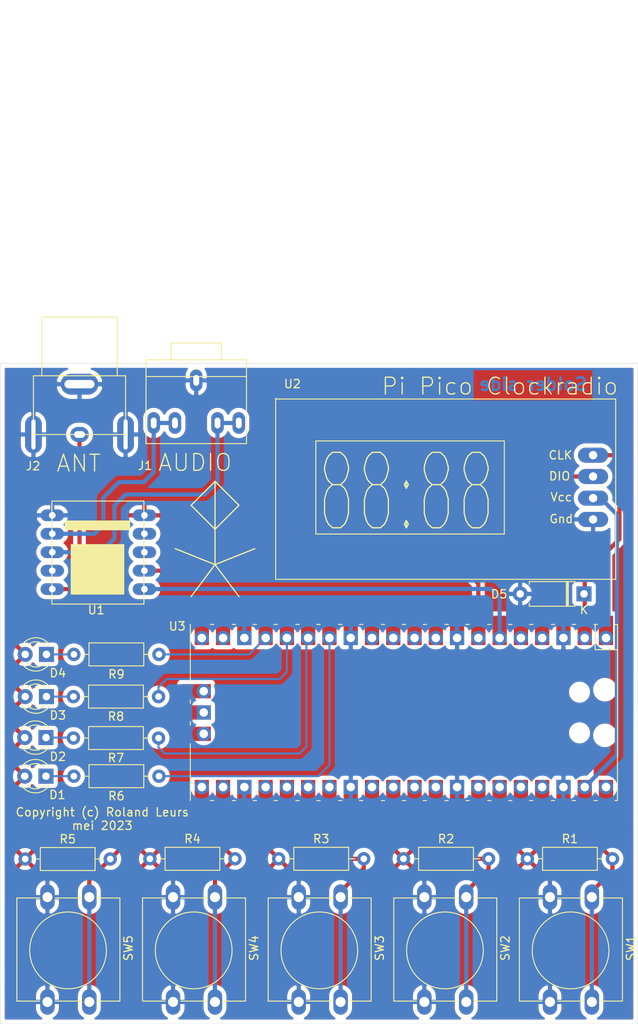
<source format=kicad_pcb>
(kicad_pcb (version 20171130) (host pcbnew "(5.1.2-1)-1")
  (title_block (title "Pi Pico Clock radio") (date 2023-04-29) (rev MK2) (comment 1 roland@acornatom.nl) (comment 2 "(c) 2023 Roland Leurs") (comment 3 "Free for non-commercial use"))
  (layers (0 F.Cu signal) (31 B.Cu signal) (34 B.Paste user) (35 F.Paste user) (36 B.SilkS user) (37 F.SilkS user) (38 B.Mask user) (39 F.Mask user) (44 Edge.Cuts user))
  (net 0 "")
  (net 1 "Net-(J1-Pad4)")
  (net 2 "Net-(J1-Pad1)")
  (net 3 GNDD)
  (net 4 "Net-(J2-Pad1)")
  (net 5 "Net-(R1-Pad2)")
  (net 6 +3V3)
  (net 7 "Net-(R2-Pad2)")
  (net 8 "Net-(R3-Pad2)")
  (net 9 "Net-(R4-Pad2)")
  (net 10 "Net-(R5-Pad2)")
  (net 11 "Net-(U1-Pad2)")
  (net 12 "Net-(U1-Pad1)")
  (net 13 "Net-(U2-Pad1)")
  (net 14 +5V)
  (net 15 "Net-(U3-Pad43)")
  (net 16 "Net-(U3-Pad42)")
  (net 17 "Net-(U3-Pad41)")
  (net 18 "Net-(U3-Pad27)")
  (net 19 "Net-(U3-Pad29)")
  (net 20 "Net-(U3-Pad30)")
  (net 21 "Net-(U3-Pad31)")
  (net 22 "Net-(U3-Pad32)")
  (net 23 "Net-(U3-Pad34)")
  (net 24 "Net-(U3-Pad35)")
  (net 25 "Net-(U3-Pad37)")
  (net 26 "Net-(U3-Pad40)")
  (net 27 "Net-(U3-Pad20)")
  (net 28 "Net-(U3-Pad19)")
  (net 29 "Net-(U3-Pad12)")
  (net 30 "Net-(U3-Pad11)")
  (net 31 "Net-(U3-Pad10)")
  (net 32 "Net-(U3-Pad9)")
  (net 33 "Net-(U3-Pad5)")
  (net 34 "Net-(U3-Pad4)")
  (net 35 "Net-(D1-Pad1)")
  (net 36 "Net-(D2-Pad1)")
  (net 37 "Net-(D3-Pad1)")
  (net 38 "Net-(D4-Pad1)")
  (net 39 "Net-(D5-Pad1)")
  (net 40 "Net-(R6-Pad1)")
  (net 41 "Net-(R7-Pad1)")
  (net 42 "Net-(R8-Pad1)")
  (net 43 "Net-(R9-Pad1)")
  (module Resistor_THT:R_Axial_DIN0207_L6.3mm_D2.5mm_P10.16mm_Horizontal (layer F.Cu) (at 118.3132 105.0544 180)
    (fp_text reference R9 (at 5.08 -2.37) (layer F.SilkS))
    (fp_text value R)
    (pad 2 thru_hole oval (at 10.16 0 180) (size 1.6 1.6) (drill 0.8) (layers *.Cu *.Mask) (net 38 "Net-(D4-Pad1)"))
    (pad 1 thru_hole circle (at 0 0 180) (size 1.6 1.6) (drill 0.8) (layers *.Cu *.Mask) (net 43 "Net-(R9-Pad1)"))
  )
  (module Resistor_THT:R_Axial_DIN0207_L6.3mm_D2.5mm_P10.16mm_Horizontal (layer F.Cu) (at 118.2624 110.08868 180)
    (fp_text reference R8 (at 5.08 -2.37) (layer F.SilkS))
    (fp_text value R)
    (pad 2 thru_hole oval (at 10.16 0 180) (size 1.6 1.6) (drill 0.8) (layers *.Cu *.Mask) (net 37 "Net-(D3-Pad1)"))
    (pad 1 thru_hole circle (at 0 0 180) (size 1.6 1.6) (drill 0.8) (layers *.Cu *.Mask) (net 42 "Net-(R8-Pad1)"))
  )
  (module Resistor_THT:R_Axial_DIN0207_L6.3mm_D2.5mm_P10.16mm_Horizontal (layer F.Cu) (at 118.2624 115.03152 180)
    (fp_text reference R7 (at 5.08 -2.37) (layer F.SilkS))
    (fp_text value R)
    (pad 2 thru_hole oval (at 10.16 0 180) (size 1.6 1.6) (drill 0.8) (layers *.Cu *.Mask) (net 36 "Net-(D2-Pad1)"))
    (pad 1 thru_hole circle (at 0 0 180) (size 1.6 1.6) (drill 0.8) (layers *.Cu *.Mask) (net 41 "Net-(R7-Pad1)"))
  )
  (module Resistor_THT:R_Axial_DIN0207_L6.3mm_D2.5mm_P10.16mm_Horizontal (layer F.Cu) (at 118.3132 119.57812 180)
    (fp_text reference R6 (at 5.08 -2.37) (layer F.SilkS))
    (fp_text value "5 x 3k3")
    (pad 2 thru_hole oval (at 10.16 0 180) (size 1.6 1.6) (drill 0.8) (layers *.Cu *.Mask) (net 35 "Net-(D1-Pad1)"))
    (pad 1 thru_hole circle (at 0 0 180) (size 1.6 1.6) (drill 0.8) (layers *.Cu *.Mask) (net 40 "Net-(R6-Pad1)"))
  )
  (module Diode_THT:D_A-405_P7.62mm_Horizontal (layer F.Cu) (at 169.0624 97.8408 180)
    (fp_text reference D5 (at 10.1346 -0.03556) (layer F.SilkS))
    (fp_text value 3.3V)
    (fp_text user K (at 0 -1.9) (layer F.SilkS))
    (pad 2 thru_hole oval (at 7.62 0 180) (size 1.8 1.8) (drill 0.9) (layers *.Cu *.Mask) (net 3 GNDD))
    (pad 1 thru_hole rect (at 0 0 180) (size 1.8 1.8) (drill 0.9) (layers *.Cu *.Mask) (net 39 "Net-(D5-Pad1)"))
  )
  (module LED_THT:LED_D3.0mm (layer F.Cu) (at 104.88168 105.0544 180)
    (fp_text reference D4 (at -1.36144 -2.23012) (layer F.SilkS))
    (fp_text value LED)
    (pad 2 thru_hole circle (at 2.54 0 180) (size 1.8 1.8) (drill 0.9) (layers *.Cu *.Mask) (net 6 +3V3))
    (pad 1 thru_hole rect (at 0 0 180) (size 1.8 1.8) (drill 0.9) (layers *.Cu *.Mask) (net 38 "Net-(D4-Pad1)"))
  )
  (module LED_THT:LED_D3.0mm (layer F.Cu) (at 104.88168 110.08868 180)
    (fp_text reference D3 (at -1.36144 -2.2352) (layer F.SilkS))
    (fp_text value LED)
    (pad 2 thru_hole circle (at 2.54 0 180) (size 1.8 1.8) (drill 0.9) (layers *.Cu *.Mask) (net 6 +3V3))
    (pad 1 thru_hole rect (at 0 0 180) (size 1.8 1.8) (drill 0.9) (layers *.Cu *.Mask) (net 37 "Net-(D3-Pad1)"))
  )
  (module LED_THT:LED_D3.0mm (layer F.Cu) (at 104.8258 114.97564 180)
    (fp_text reference D2 (at -1.41732 -2.27584) (layer F.SilkS))
    (fp_text value LED)
    (pad 2 thru_hole circle (at 2.54 0 180) (size 1.8 1.8) (drill 0.9) (layers *.Cu *.Mask) (net 6 +3V3))
    (pad 1 thru_hole rect (at 0 0 180) (size 1.8 1.8) (drill 0.9) (layers *.Cu *.Mask) (net 36 "Net-(D2-Pad1)"))
  )
  (module LED_THT:LED_D3.0mm (layer F.Cu) (at 104.8258 119.57812 180)
    (fp_text reference D1 (at -1.36144 -2.22504) (layer F.SilkS))
    (fp_text value LED)
    (pad 2 thru_hole circle (at 2.54 0 180) (size 1.8 1.8) (drill 0.9) (layers *.Cu *.Mask) (net 6 +3V3))
    (pad 1 thru_hole rect (at 0 0 180) (size 1.8 1.8) (drill 0.9) (layers *.Cu *.Mask) (net 35 "Net-(D1-Pad1)"))
  )
  (module "PicoClockRadio:RCA connector" (layer F.Cu) (at 108.82884 75.33132)
    (fp_text reference J2 (at -5.54228 7.2644) (layer F.SilkS))
    (fp_text value Conn_Coaxial)
    (pad 1 thru_hole oval (at 0 3.5) (size 2.2 1.8) (drill oval 1.3 0.8) (layers *.Cu *.Mask) (net 4 "Net-(J2-Pad1)"))
    (pad 2 thru_hole oval (at 5.5 3.5) (size 2 4.5) (drill oval 0.5 3.6) (layers *.Cu *.Mask) (net 3 GNDD))
    (pad 2 thru_hole oval (at -5.5 3.5) (size 2 4.5) (drill oval 0.5 3.6) (layers *.Cu *.Mask) (net 3 GNDD))
    (pad 2 thru_hole oval (at 0 -2.5) (size 4.5 2.5) (drill oval 3.6 1) (layers *.Cu *.Mask) (net 3 GNDD))
  )
  (module "PicoClockRadio:3.5mm audio stereo" (layer F.Cu) (at 122.76328 74.91984)
    (fp_text reference J1 (at -6.10616 7.62508) (layer F.SilkS))
    (fp_text value AudioJack3_SwitchTR)
    (pad 5 thru_hole oval (at 5.08 2.54 90) (size 2.6 1.5) (drill oval 1.3 0.7) (layers *.Cu *.Mask) (net 1 "Net-(J1-Pad4)"))
    (pad 4 thru_hole oval (at 2.54 2.54 90) (size 2.6 1.5) (drill oval 1.3 0.7) (layers *.Cu *.Mask) (net 1 "Net-(J1-Pad4)"))
    (pad 2 thru_hole oval (at -2.54 2.54 90) (size 2.6 1.5) (drill oval 1.3 0.7) (layers *.Cu *.Mask) (net 2 "Net-(J1-Pad1)"))
    (pad 1 thru_hole oval (at -5.08 2.54 90) (size 2.6 1.5) (drill oval 1.3 0.7) (layers *.Cu *.Mask) (net 2 "Net-(J1-Pad1)"))
    (pad 3 thru_hole oval (at 0 -2.54 90) (size 2.6 1.5) (drill oval 1.3 0.7) (layers *.Cu *.Mask) (net 3 GNDD))
  )
  (module MCU_RaspberryPi_and_Boards:RPi_Pico_SMD_TH (layer F.Cu) (at 147.55876 111.98352 270)
    (fp_text reference U3 (at -10.28192 27.06116 180) (layer F.SilkS))
    (fp_text value Pico)
    (pad 43 thru_hole oval (at 2.54 23.9 270) (size 1.7 1.7) (drill 1.02) (layers *.Cu *.Mask) (net 15 "Net-(U3-Pad43)"))
    (pad 43 smd rect (at 2.54 23.9) (size 3.5 1.7) (drill (offset -0.9 0)) (layers F.Cu F.Mask) (net 15 "Net-(U3-Pad43)"))
    (pad 42 thru_hole rect (at 0 23.9 270) (size 1.7 1.7) (drill 1.02) (layers *.Cu *.Mask) (net 16 "Net-(U3-Pad42)"))
    (pad 42 smd rect (at 0 23.9) (size 3.5 1.7) (drill (offset -0.9 0)) (layers F.Cu F.Mask) (net 16 "Net-(U3-Pad42)"))
    (pad 41 thru_hole oval (at -2.54 23.9 270) (size 1.7 1.7) (drill 1.02) (layers *.Cu *.Mask) (net 17 "Net-(U3-Pad41)"))
    (pad 41 smd rect (at -2.54 23.9) (size 3.5 1.7) (drill (offset -0.9 0)) (layers F.Cu F.Mask) (net 17 "Net-(U3-Pad41)"))
    (pad "" np_thru_hole oval (at 2.425 -20.97 270) (size 1.5 1.5) (drill 1.5) (layers *.Cu *.Mask))
    (pad "" np_thru_hole oval (at -2.425 -20.97 270) (size 1.5 1.5) (drill 1.5) (layers *.Cu *.Mask))
    (pad "" np_thru_hole oval (at 2.725 -24 270) (size 1.8 1.8) (drill 1.8) (layers *.Cu *.Mask))
    (pad "" np_thru_hole oval (at -2.725 -24 270) (size 1.8 1.8) (drill 1.8) (layers *.Cu *.Mask))
    (pad 21 smd rect (at 8.89 24.13 270) (size 3.5 1.7) (drill (offset 0.9 0)) (layers F.Cu F.Mask) (net 10 "Net-(R5-Pad2)"))
    (pad 22 smd rect (at 8.89 21.59 270) (size 3.5 1.7) (drill (offset 0.9 0)) (layers F.Cu F.Mask) (net 9 "Net-(R4-Pad2)"))
    (pad 23 smd rect (at 8.89 19.05 270) (size 3.5 1.7) (drill (offset 0.9 0)) (layers F.Cu F.Mask) (net 3 GNDD))
    (pad 24 smd rect (at 8.89 16.51 270) (size 3.5 1.7) (drill (offset 0.9 0)) (layers F.Cu F.Mask) (net 8 "Net-(R3-Pad2)"))
    (pad 25 smd rect (at 8.89 13.97 270) (size 3.5 1.7) (drill (offset 0.9 0)) (layers F.Cu F.Mask) (net 7 "Net-(R2-Pad2)"))
    (pad 26 smd rect (at 8.89 11.43 270) (size 3.5 1.7) (drill (offset 0.9 0)) (layers F.Cu F.Mask) (net 5 "Net-(R1-Pad2)"))
    (pad 27 smd rect (at 8.89 8.89 270) (size 3.5 1.7) (drill (offset 0.9 0)) (layers F.Cu F.Mask) (net 18 "Net-(U3-Pad27)"))
    (pad 28 smd rect (at 8.89 6.35 270) (size 3.5 1.7) (drill (offset 0.9 0)) (layers F.Cu F.Mask) (net 3 GNDD))
    (pad 29 smd rect (at 8.89 3.81 270) (size 3.5 1.7) (drill (offset 0.9 0)) (layers F.Cu F.Mask) (net 19 "Net-(U3-Pad29)"))
    (pad 30 smd rect (at 8.89 1.27 270) (size 3.5 1.7) (drill (offset 0.9 0)) (layers F.Cu F.Mask) (net 20 "Net-(U3-Pad30)"))
    (pad 31 smd rect (at 8.89 -1.27 270) (size 3.5 1.7) (drill (offset 0.9 0)) (layers F.Cu F.Mask) (net 21 "Net-(U3-Pad31)"))
    (pad 32 smd rect (at 8.89 -3.81 270) (size 3.5 1.7) (drill (offset 0.9 0)) (layers F.Cu F.Mask) (net 22 "Net-(U3-Pad32)"))
    (pad 33 smd rect (at 8.89 -6.35 270) (size 3.5 1.7) (drill (offset 0.9 0)) (layers F.Cu F.Mask) (net 3 GNDD))
    (pad 34 smd rect (at 8.89 -8.89 270) (size 3.5 1.7) (drill (offset 0.9 0)) (layers F.Cu F.Mask) (net 23 "Net-(U3-Pad34)"))
    (pad 35 smd rect (at 8.89 -11.43 270) (size 3.5 1.7) (drill (offset 0.9 0)) (layers F.Cu F.Mask) (net 24 "Net-(U3-Pad35)"))
    (pad 36 smd rect (at 8.89 -13.97 270) (size 3.5 1.7) (drill (offset 0.9 0)) (layers F.Cu F.Mask) (net 6 +3V3))
    (pad 37 smd rect (at 8.89 -16.51 270) (size 3.5 1.7) (drill (offset 0.9 0)) (layers F.Cu F.Mask) (net 25 "Net-(U3-Pad37)"))
    (pad 38 smd rect (at 8.89 -19.05 270) (size 3.5 1.7) (drill (offset 0.9 0)) (layers F.Cu F.Mask) (net 3 GNDD))
    (pad 39 smd rect (at 8.89 -21.59 270) (size 3.5 1.7) (drill (offset 0.9 0)) (layers F.Cu F.Mask) (net 14 +5V))
    (pad 40 smd rect (at 8.89 -24.13 270) (size 3.5 1.7) (drill (offset 0.9 0)) (layers F.Cu F.Mask) (net 26 "Net-(U3-Pad40)"))
    (pad 20 smd rect (at -8.89 24.13 270) (size 3.5 1.7) (drill (offset -0.9 0)) (layers F.Cu F.Mask) (net 27 "Net-(U3-Pad20)"))
    (pad 19 smd rect (at -8.89 21.59 270) (size 3.5 1.7) (drill (offset -0.9 0)) (layers F.Cu F.Mask) (net 28 "Net-(U3-Pad19)"))
    (pad 18 smd rect (at -8.89 19.05 270) (size 3.5 1.7) (drill (offset -0.9 0)) (layers F.Cu F.Mask) (net 3 GNDD))
    (pad 17 smd rect (at -8.89 16.51 270) (size 3.5 1.7) (drill (offset -0.9 0)) (layers F.Cu F.Mask) (net 43 "Net-(R9-Pad1)"))
    (pad 16 smd rect (at -8.89 13.97 270) (size 3.5 1.7) (drill (offset -0.9 0)) (layers F.Cu F.Mask) (net 42 "Net-(R8-Pad1)"))
    (pad 15 smd rect (at -8.89 11.43 270) (size 3.5 1.7) (drill (offset -0.9 0)) (layers F.Cu F.Mask) (net 41 "Net-(R7-Pad1)"))
    (pad 14 smd rect (at -8.89 8.89 270) (size 3.5 1.7) (drill (offset -0.9 0)) (layers F.Cu F.Mask) (net 40 "Net-(R6-Pad1)"))
    (pad 13 smd rect (at -8.89 6.35 270) (size 3.5 1.7) (drill (offset -0.9 0)) (layers F.Cu F.Mask) (net 3 GNDD))
    (pad 12 smd rect (at -8.89 3.81 270) (size 3.5 1.7) (drill (offset -0.9 0)) (layers F.Cu F.Mask) (net 29 "Net-(U3-Pad12)"))
    (pad 11 smd rect (at -8.89 1.27 270) (size 3.5 1.7) (drill (offset -0.9 0)) (layers F.Cu F.Mask) (net 30 "Net-(U3-Pad11)"))
    (pad 10 smd rect (at -8.89 -1.27 270) (size 3.5 1.7) (drill (offset -0.9 0)) (layers F.Cu F.Mask) (net 31 "Net-(U3-Pad10)"))
    (pad 9 smd rect (at -8.89 -3.81 270) (size 3.5 1.7) (drill (offset -0.9 0)) (layers F.Cu F.Mask) (net 32 "Net-(U3-Pad9)"))
    (pad 8 smd rect (at -8.89 -6.35 270) (size 3.5 1.7) (drill (offset -0.9 0)) (layers F.Cu F.Mask) (net 3 GNDD))
    (pad 7 smd rect (at -8.89 -8.89 270) (size 3.5 1.7) (drill (offset -0.9 0)) (layers F.Cu F.Mask) (net 11 "Net-(U1-Pad2)"))
    (pad 6 smd rect (at -8.89 -11.43 270) (size 3.5 1.7) (drill (offset -0.9 0)) (layers F.Cu F.Mask) (net 12 "Net-(U1-Pad1)"))
    (pad 5 smd rect (at -8.89 -13.97 270) (size 3.5 1.7) (drill (offset -0.9 0)) (layers F.Cu F.Mask) (net 33 "Net-(U3-Pad5)"))
    (pad 4 smd rect (at -8.89 -16.51 270) (size 3.5 1.7) (drill (offset -0.9 0)) (layers F.Cu F.Mask) (net 34 "Net-(U3-Pad4)"))
    (pad 3 smd rect (at -8.89 -19.05 270) (size 3.5 1.7) (drill (offset -0.9 0)) (layers F.Cu F.Mask) (net 3 GNDD))
    (pad 2 smd rect (at -8.89 -21.59 270) (size 3.5 1.7) (drill (offset -0.9 0)) (layers F.Cu F.Mask) (net 39 "Net-(D5-Pad1)"))
    (pad 1 smd rect (at -8.89 -24.13 270) (size 3.5 1.7) (drill (offset -0.9 0)) (layers F.Cu F.Mask) (net 13 "Net-(U2-Pad1)"))
    (pad 40 thru_hole oval (at 8.89 -24.13 270) (size 1.7 1.7) (drill 1.02) (layers *.Cu *.Mask) (net 26 "Net-(U3-Pad40)"))
    (pad 39 thru_hole oval (at 8.89 -21.59 270) (size 1.7 1.7) (drill 1.02) (layers *.Cu *.Mask) (net 14 +5V))
    (pad 38 thru_hole rect (at 8.89 -19.05 270) (size 1.7 1.7) (drill 1.02) (layers *.Cu *.Mask) (net 3 GNDD))
    (pad 37 thru_hole oval (at 8.89 -16.51 270) (size 1.7 1.7) (drill 1.02) (layers *.Cu *.Mask) (net 25 "Net-(U3-Pad37)"))
    (pad 36 thru_hole oval (at 8.89 -13.97 270) (size 1.7 1.7) (drill 1.02) (layers *.Cu *.Mask) (net 6 +3V3))
    (pad 35 thru_hole oval (at 8.89 -11.43 270) (size 1.7 1.7) (drill 1.02) (layers *.Cu *.Mask) (net 24 "Net-(U3-Pad35)"))
    (pad 34 thru_hole oval (at 8.89 -8.89 270) (size 1.7 1.7) (drill 1.02) (layers *.Cu *.Mask) (net 23 "Net-(U3-Pad34)"))
    (pad 33 thru_hole rect (at 8.89 -6.35 270) (size 1.7 1.7) (drill 1.02) (layers *.Cu *.Mask) (net 3 GNDD))
    (pad 32 thru_hole oval (at 8.89 -3.81 270) (size 1.7 1.7) (drill 1.02) (layers *.Cu *.Mask) (net 22 "Net-(U3-Pad32)"))
    (pad 31 thru_hole oval (at 8.89 -1.27 270) (size 1.7 1.7) (drill 1.02) (layers *.Cu *.Mask) (net 21 "Net-(U3-Pad31)"))
    (pad 30 thru_hole oval (at 8.89 1.27 270) (size 1.7 1.7) (drill 1.02) (layers *.Cu *.Mask) (net 20 "Net-(U3-Pad30)"))
    (pad 29 thru_hole oval (at 8.89 3.81 270) (size 1.7 1.7) (drill 1.02) (layers *.Cu *.Mask) (net 19 "Net-(U3-Pad29)"))
    (pad 28 thru_hole rect (at 8.89 6.35 270) (size 1.7 1.7) (drill 1.02) (layers *.Cu *.Mask) (net 3 GNDD))
    (pad 27 thru_hole oval (at 8.89 8.89 270) (size 1.7 1.7) (drill 1.02) (layers *.Cu *.Mask) (net 18 "Net-(U3-Pad27)"))
    (pad 26 thru_hole oval (at 8.89 11.43 270) (size 1.7 1.7) (drill 1.02) (layers *.Cu *.Mask) (net 5 "Net-(R1-Pad2)"))
    (pad 25 thru_hole oval (at 8.89 13.97 270) (size 1.7 1.7) (drill 1.02) (layers *.Cu *.Mask) (net 7 "Net-(R2-Pad2)"))
    (pad 24 thru_hole oval (at 8.89 16.51 270) (size 1.7 1.7) (drill 1.02) (layers *.Cu *.Mask) (net 8 "Net-(R3-Pad2)"))
    (pad 23 thru_hole rect (at 8.89 19.05 270) (size 1.7 1.7) (drill 1.02) (layers *.Cu *.Mask) (net 3 GNDD))
    (pad 22 thru_hole oval (at 8.89 21.59 270) (size 1.7 1.7) (drill 1.02) (layers *.Cu *.Mask) (net 9 "Net-(R4-Pad2)"))
    (pad 21 thru_hole oval (at 8.89 24.13 270) (size 1.7 1.7) (drill 1.02) (layers *.Cu *.Mask) (net 10 "Net-(R5-Pad2)"))
    (pad 20 thru_hole oval (at -8.89 24.13 270) (size 1.7 1.7) (drill 1.02) (layers *.Cu *.Mask) (net 27 "Net-(U3-Pad20)"))
    (pad 19 thru_hole oval (at -8.89 21.59 270) (size 1.7 1.7) (drill 1.02) (layers *.Cu *.Mask) (net 28 "Net-(U3-Pad19)"))
    (pad 18 thru_hole rect (at -8.89 19.05 270) (size 1.7 1.7) (drill 1.02) (layers *.Cu *.Mask) (net 3 GNDD))
    (pad 17 thru_hole oval (at -8.89 16.51 270) (size 1.7 1.7) (drill 1.02) (layers *.Cu *.Mask) (net 43 "Net-(R9-Pad1)"))
    (pad 16 thru_hole oval (at -8.89 13.97 270) (size 1.7 1.7) (drill 1.02) (layers *.Cu *.Mask) (net 42 "Net-(R8-Pad1)"))
    (pad 15 thru_hole oval (at -8.89 11.43 270) (size 1.7 1.7) (drill 1.02) (layers *.Cu *.Mask) (net 41 "Net-(R7-Pad1)"))
    (pad 14 thru_hole oval (at -8.89 8.89 270) (size 1.7 1.7) (drill 1.02) (layers *.Cu *.Mask) (net 40 "Net-(R6-Pad1)"))
    (pad 13 thru_hole rect (at -8.89 6.35 270) (size 1.7 1.7) (drill 1.02) (layers *.Cu *.Mask) (net 3 GNDD))
    (pad 12 thru_hole oval (at -8.89 3.81 270) (size 1.7 1.7) (drill 1.02) (layers *.Cu *.Mask) (net 29 "Net-(U3-Pad12)"))
    (pad 11 thru_hole oval (at -8.89 1.27 270) (size 1.7 1.7) (drill 1.02) (layers *.Cu *.Mask) (net 30 "Net-(U3-Pad11)"))
    (pad 10 thru_hole oval (at -8.89 -1.27 270) (size 1.7 1.7) (drill 1.02) (layers *.Cu *.Mask) (net 31 "Net-(U3-Pad10)"))
    (pad 9 thru_hole oval (at -8.89 -3.81 270) (size 1.7 1.7) (drill 1.02) (layers *.Cu *.Mask) (net 32 "Net-(U3-Pad9)"))
    (pad 8 thru_hole rect (at -8.89 -6.35 270) (size 1.7 1.7) (drill 1.02) (layers *.Cu *.Mask) (net 3 GNDD))
    (pad 7 thru_hole oval (at -8.89 -8.89 270) (size 1.7 1.7) (drill 1.02) (layers *.Cu *.Mask) (net 11 "Net-(U1-Pad2)"))
    (pad 6 thru_hole oval (at -8.89 -11.43 270) (size 1.7 1.7) (drill 1.02) (layers *.Cu *.Mask) (net 12 "Net-(U1-Pad1)"))
    (pad 5 thru_hole oval (at -8.89 -13.97 270) (size 1.7 1.7) (drill 1.02) (layers *.Cu *.Mask) (net 33 "Net-(U3-Pad5)"))
    (pad 4 thru_hole oval (at -8.89 -16.51 270) (size 1.7 1.7) (drill 1.02) (layers *.Cu *.Mask) (net 34 "Net-(U3-Pad4)"))
    (pad 3 thru_hole rect (at -8.89 -19.05 270) (size 1.7 1.7) (drill 1.02) (layers *.Cu *.Mask) (net 3 GNDD))
    (pad 2 thru_hole oval (at -8.89 -21.59 270) (size 1.7 1.7) (drill 1.02) (layers *.Cu *.Mask) (net 39 "Net-(D5-Pad1)"))
    (pad 1 thru_hole oval (at -8.89 -24.13 270) (size 1.7 1.7) (drill 1.02) (layers *.Cu *.Mask) (net 13 "Net-(U2-Pad1)"))
  )
  (module PicoClockRadio:TM1637 (layer F.Cu) (at 153.14676 85.10016)
    (fp_text reference U2 (at -18.9 -12.3) (layer F.SilkS))
    (fp_text value TM1637)
    (fp_text user Gnd (at 13.2 3.8) (layer F.SilkS))
    (fp_text user Vcc (at 13.2 1.2) (layer F.SilkS))
    (fp_text user DIO (at 13 -1.3) (layer F.SilkS))
    (fp_text user CLK (at 13.1 -3.8) (layer F.SilkS))
    (fp_text user 88:88 (at -5.3 0.7) (layer F.SilkS) (effects (font (size 9 5))))
    (pad 4 thru_hole oval (at 17 3.86) (size 3.6 1.8) (drill 1) (layers *.Cu *.Mask) (net 3 GNDD))
    (pad 1 thru_hole oval (at 17 -3.8) (size 3.6 1.8) (drill 1) (layers *.Cu *.Mask) (net 13 "Net-(U2-Pad1)"))
    (pad 2 thru_hole oval (at 17 -1.26) (size 3.6 1.8) (drill 1) (layers *.Cu *.Mask) (net 39 "Net-(D5-Pad1)"))
    (pad 3 thru_hole oval (at 17 1.32) (size 3.6 1.8) (drill 1) (layers *.Cu *.Mask) (net 14 +5V))
  )
  (module PicoClockRadio:RDA5807 (layer F.Cu) (at 113.82756 93.96984 180)
    (fp_text reference U1 (at 3 -5.8) (layer F.SilkS))
    (fp_text value RDA5807)
    (pad 7 thru_hole oval (at 8.25 3.3 90) (size 1.4 2.8) (drill 0.8) (layers *.Cu *.Mask) (net 2 "Net-(J1-Pad1)"))
    (pad 6 thru_hole oval (at 8.25 5.5 90) (size 1.4 2.8) (drill 0.8) (layers *.Cu *.Mask) (net 3 GNDD))
    (pad 8 thru_hole oval (at 8.25 1.1 90) (size 1.4 2.8) (drill 0.8) (layers *.Cu *.Mask) (net 1 "Net-(J1-Pad4)"))
    (pad 9 thru_hole oval (at 8.25 -1.1 90) (size 1.4 2.8) (drill 0.8) (layers *.Cu *.Mask))
    (pad 10 thru_hole oval (at 8.25 -3.3 90) (size 1.4 2.8) (drill 0.8) (layers *.Cu *.Mask) (net 4 "Net-(J2-Pad1)"))
    (pad 4 thru_hole oval (at -2.75 3.3 90) (size 1.4 2.8) (drill 0.8) (layers *.Cu *.Mask))
    (pad 5 thru_hole oval (at -2.75 5.5 90) (size 1.4 2.8) (drill 0.8) (layers *.Cu *.Mask) (net 6 +3V3))
    (pad 3 thru_hole oval (at -2.75 1.1 90) (size 1.4 2.8) (drill 0.8) (layers *.Cu *.Mask))
    (pad 2 thru_hole oval (at -2.75 -1.1 90) (size 1.4 2.8) (drill 0.8) (layers *.Cu *.Mask) (net 11 "Net-(U1-Pad2)"))
    (pad 1 thru_hole oval (at -2.75 -3.3 90) (size 1.4 2.8) (drill 0.8) (layers *.Cu *.Mask) (net 12 "Net-(U1-Pad1)"))
  )
  (module Button_Switch_THT:SW_PUSH-12mm (layer F.Cu) (at 110 134 270)
    (fp_text reference SW5 (at 6.08 -4.66 90) (layer F.SilkS))
    (fp_text value SW_Push)
    (pad 2 thru_hole oval (at 0 5 270) (size 3.048 1.7272) (drill 1.2) (layers *.Cu *.Mask) (net 3 GNDD))
    (pad 1 thru_hole oval (at 0 0 270) (size 3.048 1.7272) (drill 1.2) (layers *.Cu *.Mask) (net 10 "Net-(R5-Pad2)"))
    (pad 2 thru_hole oval (at 12.5 5 270) (size 3.048 1.7272) (drill 1.2) (layers *.Cu *.Mask) (net 3 GNDD))
    (pad 1 thru_hole oval (at 12.5 0 270) (size 3.048 1.7272) (drill 1.2) (layers *.Cu *.Mask) (net 10 "Net-(R5-Pad2)"))
  )
  (module Button_Switch_THT:SW_PUSH-12mm (layer F.Cu) (at 125 134 270)
    (fp_text reference SW4 (at 6.08 -4.66 90) (layer F.SilkS))
    (fp_text value SW_Push)
    (pad 2 thru_hole oval (at 0 5 270) (size 3.048 1.7272) (drill 1.2) (layers *.Cu *.Mask) (net 3 GNDD))
    (pad 1 thru_hole oval (at 0 0 270) (size 3.048 1.7272) (drill 1.2) (layers *.Cu *.Mask) (net 9 "Net-(R4-Pad2)"))
    (pad 2 thru_hole oval (at 12.5 5 270) (size 3.048 1.7272) (drill 1.2) (layers *.Cu *.Mask) (net 3 GNDD))
    (pad 1 thru_hole oval (at 12.5 0 270) (size 3.048 1.7272) (drill 1.2) (layers *.Cu *.Mask) (net 9 "Net-(R4-Pad2)"))
  )
  (module Button_Switch_THT:SW_PUSH-12mm (layer F.Cu) (at 140 134 270)
    (fp_text reference SW3 (at 6.08 -4.66 90) (layer F.SilkS))
    (fp_text value SW_Push)
    (pad 2 thru_hole oval (at 0 5 270) (size 3.048 1.7272) (drill 1.2) (layers *.Cu *.Mask) (net 3 GNDD))
    (pad 1 thru_hole oval (at 0 0 270) (size 3.048 1.7272) (drill 1.2) (layers *.Cu *.Mask) (net 8 "Net-(R3-Pad2)"))
    (pad 2 thru_hole oval (at 12.5 5 270) (size 3.048 1.7272) (drill 1.2) (layers *.Cu *.Mask) (net 3 GNDD))
    (pad 1 thru_hole oval (at 12.5 0 270) (size 3.048 1.7272) (drill 1.2) (layers *.Cu *.Mask) (net 8 "Net-(R3-Pad2)"))
  )
  (module Button_Switch_THT:SW_PUSH-12mm (layer F.Cu) (at 155 134 270)
    (fp_text reference SW2 (at 6.08 -4.66 90) (layer F.SilkS))
    (fp_text value SW_Push)
    (pad 2 thru_hole oval (at 0 5 270) (size 3.048 1.7272) (drill 1.2) (layers *.Cu *.Mask) (net 3 GNDD))
    (pad 1 thru_hole oval (at 0 0 270) (size 3.048 1.7272) (drill 1.2) (layers *.Cu *.Mask) (net 7 "Net-(R2-Pad2)"))
    (pad 2 thru_hole oval (at 12.5 5 270) (size 3.048 1.7272) (drill 1.2) (layers *.Cu *.Mask) (net 3 GNDD))
    (pad 1 thru_hole oval (at 12.5 0 270) (size 3.048 1.7272) (drill 1.2) (layers *.Cu *.Mask) (net 7 "Net-(R2-Pad2)"))
  )
  (module Button_Switch_THT:SW_PUSH-12mm (layer F.Cu) (at 170 134 270)
    (fp_text reference SW1 (at 6.08 -4.66 90) (layer F.SilkS))
    (fp_text value SW_Push)
    (pad 2 thru_hole oval (at 0 5 270) (size 3.048 1.7272) (drill 1.2) (layers *.Cu *.Mask) (net 3 GNDD))
    (pad 1 thru_hole oval (at 0 0 270) (size 3.048 1.7272) (drill 1.2) (layers *.Cu *.Mask) (net 5 "Net-(R1-Pad2)"))
    (pad 2 thru_hole oval (at 12.5 5 270) (size 3.048 1.7272) (drill 1.2) (layers *.Cu *.Mask) (net 3 GNDD))
    (pad 1 thru_hole oval (at 12.5 0 270) (size 3.048 1.7272) (drill 1.2) (layers *.Cu *.Mask) (net 5 "Net-(R1-Pad2)"))
  )
  (module Resistor_THT:R_Axial_DIN0207_L6.3mm_D2.5mm_P10.16mm_Horizontal (layer F.Cu) (at 102.3366 129.45364)
    (fp_text reference R5 (at 5.08 -2.37) (layer F.SilkS))
    (fp_text value "5 x 4k7")
    (pad 2 thru_hole oval (at 10.16 0) (size 1.6 1.6) (drill 0.8) (layers *.Cu *.Mask) (net 10 "Net-(R5-Pad2)"))
    (pad 1 thru_hole circle (at 0 0) (size 1.6 1.6) (drill 0.8) (layers *.Cu *.Mask) (net 6 +3V3))
  )
  (module Resistor_THT:R_Axial_DIN0207_L6.3mm_D2.5mm_P10.16mm_Horizontal (layer F.Cu) (at 117.23116 129.42824)
    (fp_text reference R4 (at 5.08 -2.37) (layer F.SilkS))
    (fp_text value R)
    (pad 2 thru_hole oval (at 10.16 0) (size 1.6 1.6) (drill 0.8) (layers *.Cu *.Mask) (net 9 "Net-(R4-Pad2)"))
    (pad 1 thru_hole circle (at 0 0) (size 1.6 1.6) (drill 0.8) (layers *.Cu *.Mask) (net 6 +3V3))
  )
  (module Resistor_THT:R_Axial_DIN0207_L6.3mm_D2.5mm_P10.16mm_Horizontal (layer F.Cu) (at 132.60832 129.42824)
    (fp_text reference R3 (at 5.08 -2.37) (layer F.SilkS))
    (fp_text value R)
    (pad 2 thru_hole oval (at 10.16 0) (size 1.6 1.6) (drill 0.8) (layers *.Cu *.Mask) (net 8 "Net-(R3-Pad2)"))
    (pad 1 thru_hole circle (at 0 0) (size 1.6 1.6) (drill 0.8) (layers *.Cu *.Mask) (net 6 +3V3))
  )
  (module Resistor_THT:R_Axial_DIN0207_L6.3mm_D2.5mm_P10.16mm_Horizontal (layer F.Cu) (at 147.50796 129.42824)
    (fp_text reference R2 (at 5.08 -2.37) (layer F.SilkS))
    (fp_text value R)
    (pad 2 thru_hole oval (at 10.16 0) (size 1.6 1.6) (drill 0.8) (layers *.Cu *.Mask) (net 7 "Net-(R2-Pad2)"))
    (pad 1 thru_hole circle (at 0 0) (size 1.6 1.6) (drill 0.8) (layers *.Cu *.Mask) (net 6 +3V3))
  )
  (module Resistor_THT:R_Axial_DIN0207_L6.3mm_D2.5mm_P10.16mm_Horizontal (layer F.Cu) (at 162.30092 129.42824)
    (fp_text reference R1 (at 5.08 -2.37) (layer F.SilkS))
    (fp_text value R)
    (pad 2 thru_hole oval (at 10.16 0) (size 1.6 1.6) (drill 0.8) (layers *.Cu *.Mask) (net 5 "Net-(R1-Pad2)"))
    (pad 1 thru_hole circle (at 0 0) (size 1.6 1.6) (drill 0.8) (layers *.Cu *.Mask) (net 6 +3V3))
  )
  (gr_text AUDIO (at 122.62612 82.18424) (layer F.SilkS) (effects (font (size 2 2))))
  (gr_text ANT (at 108.72216 82.26552) (layer F.SilkS) (effects (font (size 2 2))))
  (gr_text . (at 125.00864 62.3824) (layer F.SilkS) (effects (font (size 60 60))))
  (gr_text * (at 125.00864 100.34016) (layer F.SilkS) (effects (font (size 20 20))))
  (gr_text "Copyright (c) Roland Leurs\nmei 2023" (at 111.54664 124.67336) (layer F.SilkS) (effects (font (size 1 1))))
  (gr_text "Pi Pico Clockradio" (at 159.01416 73.08088) (layer F.SilkS) (effects (font (size 2 2))))
  (gr_text "Solder side" (at 162.97656 72.83704) (layer B.Cu) (effects (font (size 1.5 1.5) (thickness 0.3)) (justify mirror)))
  (gr_text "Component side" (at 160.4772 117.49024) (layer F.Cu) (effects (font (size 1.5 1.5) (thickness 0.3))))
  (gr_line (start 175.4886 149.1234) (end 175.49876 70.34276) (layer Edge.Cuts) (width 0.05))
  (gr_line (start 99.36988 70.34276) (end 99.35972 149.1234) (layer Edge.Cuts) (width 0.05))
  (gr_line (start 175.4886 149.1234) (end 99.35972 149.1234) (layer Edge.Cuts) (width 0.05))
  (gr_line (start 175.49876 70.34276) (end 99.36988 70.34276) (layer Edge.Cuts) (width 0.05))
  (segment (start 107.47756 92.86984) (end 107.49552 92.8878) (width 0.5) (layer B.Cu) (net 1))
  (segment (start 105.57756 92.86984) (end 107.47756 92.86984) (width 0.5) (layer B.Cu) (net 1))
  (segment (start 107.49552 92.8878) (end 111.3536 92.8878) (width 0.5) (layer B.Cu) (net 1))
  (segment (start 111.3536 92.8878) (end 112.99952 91.24188) (width 0.5) (layer B.Cu) (net 1))
  (segment (start 112.99952 91.24188) (end 112.99952 87.31504) (width 0.5) (layer B.Cu) (net 1))
  (segment (start 112.99952 87.31504) (end 114.3254 85.98916) (width 0.5) (layer B.Cu) (net 1))
  (segment (start 114.3254 85.98916) (end 123.78436 85.98916) (width 0.5) (layer B.Cu) (net 1))
  (segment (start 125.30328 84.47024) (end 125.30328 77.45984) (width 0.5) (layer B.Cu) (net 1))
  (segment (start 123.78436 85.98916) (end 125.30328 84.47024) (width 0.5) (layer B.Cu) (net 1))
  (segment (start 125.30328 77.45984) (end 127.84328 77.45984) (width 0.5) (layer B.Cu) (net 1))
  (segment (start 105.57756 90.66984) (end 110.59976 90.66984) (width 0.5) (layer B.Cu) (net 2))
  (segment (start 110.59976 90.66984) (end 111.67364 89.59596) (width 0.5) (layer B.Cu) (net 2))
  (segment (start 111.67364 89.59596) (end 111.67364 86.36) (width 0.5) (layer B.Cu) (net 2))
  (segment (start 111.67364 86.36) (end 113.52784 84.5058) (width 0.5) (layer B.Cu) (net 2))
  (segment (start 116.50472 84.5058) (end 117.68328 83.32724) (width 0.5) (layer B.Cu) (net 2))
  (segment (start 113.52784 84.5058) (end 116.50472 84.5058) (width 0.5) (layer B.Cu) (net 2))
  (segment (start 117.68328 83.32724) (end 117.68328 77.45984) (width 0.5) (layer B.Cu) (net 2))
  (segment (start 117.68328 77.45984) (end 120.22328 77.45984) (width 0.5) (layer B.Cu) (net 2))
  (segment (start 108.06884 97.26984) (end 105.57756 97.26984) (width 0.5) (layer F.Cu) (net 4))
  (segment (start 108.82884 96.50984) (end 108.06884 97.26984) (width 0.5) (layer F.Cu) (net 4))
  (segment (start 108.82884 78.83132) (end 108.82884 96.50984) (width 0.5) (layer F.Cu) (net 4))
  (segment (start 169.28084 126.24816) (end 172.46092 129.42824) (width 0.5) (layer F.Cu) (net 5))
  (segment (start 139.733398 126.24816) (end 169.28084 126.24816) (width 0.5) (layer F.Cu) (net 5))
  (segment (start 136.12876 122.643522) (end 139.733398 126.24816) (width 0.5) (layer F.Cu) (net 5))
  (segment (start 136.12876 120.87352) (end 136.12876 122.643522) (width 0.5) (layer F.Cu) (net 5))
  (segment (start 172.46092 130.55961) (end 172.46092 129.42824) (width 0.5) (layer F.Cu) (net 5))
  (segment (start 172.46092 130.87868) (end 172.46092 130.55961) (width 0.5) (layer F.Cu) (net 5))
  (segment (start 170 133.3396) (end 172.46092 130.87868) (width 0.5) (layer F.Cu) (net 5))
  (segment (start 170 134) (end 170 133.3396) (width 0.5) (layer F.Cu) (net 5))
  (segment (start 170 146.5) (end 170 134) (width 0.5) (layer B.Cu) (net 5))
  (segment (start 133.58876 122.643522) (end 138.397358 127.45212) (width 0.5) (layer F.Cu) (net 7))
  (segment (start 133.58876 120.87352) (end 133.58876 122.643522) (width 0.5) (layer F.Cu) (net 7))
  (segment (start 138.397358 127.45212) (end 149.5298 127.45212) (width 0.5) (layer F.Cu) (net 7))
  (segment (start 151.50592 129.42824) (end 157.66796 129.42824) (width 0.5) (layer F.Cu) (net 7))
  (segment (start 149.5298 127.45212) (end 151.50592 129.42824) (width 0.5) (layer F.Cu) (net 7))
  (segment (start 157.66796 130.55961) (end 157.66796 129.42824) (width 0.5) (layer F.Cu) (net 7))
  (segment (start 155 133.3396) (end 157.66796 130.67164) (width 0.5) (layer F.Cu) (net 7))
  (segment (start 157.66796 130.67164) (end 157.66796 130.55961) (width 0.5) (layer F.Cu) (net 7))
  (segment (start 155 134) (end 155 133.3396) (width 0.5) (layer F.Cu) (net 7))
  (segment (start 155 144.476) (end 155 134) (width 0.5) (layer B.Cu) (net 7))
  (segment (start 155 146.5) (end 155 144.476) (width 0.5) (layer B.Cu) (net 7))
  (segment (start 131.04876 122.643522) (end 131.02336 122.668922) (width 0.5) (layer F.Cu) (net 8))
  (segment (start 131.04876 120.87352) (end 131.04876 122.643522) (width 0.5) (layer F.Cu) (net 8))
  (segment (start 131.02336 122.668922) (end 131.02336 125.04928) (width 0.5) (layer F.Cu) (net 8))
  (segment (start 135.40232 129.42824) (end 142.76832 129.42824) (width 0.5) (layer F.Cu) (net 8))
  (segment (start 131.02336 125.04928) (end 135.40232 129.42824) (width 0.5) (layer F.Cu) (net 8))
  (segment (start 142.76832 130.57128) (end 142.76832 130.55961) (width 0.5) (layer F.Cu) (net 8))
  (segment (start 142.76832 130.55961) (end 142.76832 129.42824) (width 0.5) (layer F.Cu) (net 8))
  (segment (start 140 133.3396) (end 142.76832 130.57128) (width 0.5) (layer F.Cu) (net 8))
  (segment (start 140 134) (end 140 133.3396) (width 0.5) (layer F.Cu) (net 8))
  (segment (start 140 146.5) (end 140 134) (width 0.5) (layer B.Cu) (net 8))
  (segment (start 125.96876 128.00584) (end 127.39116 129.42824) (width 0.5) (layer F.Cu) (net 9))
  (segment (start 125.96876 120.87352) (end 125.96876 128.00584) (width 0.5) (layer F.Cu) (net 9))
  (segment (start 125 131.8194) (end 127.39116 129.42824) (width 0.5) (layer F.Cu) (net 9))
  (segment (start 125 134) (end 125 131.8194) (width 0.5) (layer F.Cu) (net 9))
  (segment (start 125 144.476) (end 125 134) (width 0.5) (layer B.Cu) (net 9))
  (segment (start 125 146.5) (end 125 144.476) (width 0.5) (layer B.Cu) (net 9))
  (segment (start 110 133.3396) (end 110.0328 133.3068) (width 0.5) (layer F.Cu) (net 10))
  (segment (start 110 134) (end 110 133.3396) (width 0.5) (layer F.Cu) (net 10))
  (segment (start 110 131.95024) (end 112.4966 129.45364) (width 0.5) (layer F.Cu) (net 10))
  (segment (start 110 134) (end 110 131.95024) (width 0.5) (layer F.Cu) (net 10))
  (segment (start 114.98072 126.96952) (end 120.77192 126.96952) (width 0.5) (layer F.Cu) (net 10))
  (segment (start 112.4966 129.45364) (end 114.98072 126.96952) (width 0.5) (layer F.Cu) (net 10))
  (segment (start 123.42876 124.31268) (end 123.42876 120.87352) (width 0.5) (layer F.Cu) (net 10))
  (segment (start 120.77192 126.96952) (end 123.42876 124.31268) (width 0.5) (layer F.Cu) (net 10))
  (segment (start 110 146.5) (end 110 134) (width 0.5) (layer B.Cu) (net 10))
  (segment (start 118.47756 95.06984) (end 118.49008 95.08236) (width 0.5) (layer F.Cu) (net 11))
  (segment (start 116.57756 95.06984) (end 118.47756 95.06984) (width 0.5) (layer F.Cu) (net 11))
  (segment (start 118.49008 95.08236) (end 154.90444 95.08236) (width 0.5) (layer F.Cu) (net 11))
  (segment (start 156.44876 96.62668) (end 156.44876 103.09352) (width 0.5) (layer F.Cu) (net 11))
  (segment (start 154.90444 95.08236) (end 156.44876 96.62668) (width 0.5) (layer F.Cu) (net 11))
  (segment (start 118.47756 97.26984) (end 118.50096 97.24644) (width 0.5) (layer B.Cu) (net 12))
  (segment (start 116.57756 97.26984) (end 118.47756 97.26984) (width 0.5) (layer B.Cu) (net 12))
  (segment (start 118.50096 97.24644) (end 157.95244 97.24644) (width 0.5) (layer B.Cu) (net 12))
  (segment (start 158.98876 98.28276) (end 158.98876 103.09352) (width 0.5) (layer B.Cu) (net 12))
  (segment (start 157.95244 97.24644) (end 158.98876 98.28276) (width 0.5) (layer B.Cu) (net 12))
  (segment (start 171.68876 103.09352) (end 171.68876 92.9132) (width 0.5) (layer F.Cu) (net 13))
  (segment (start 171.68876 92.9132) (end 173.29404 91.30792) (width 0.5) (layer F.Cu) (net 13))
  (segment (start 173.29404 91.30792) (end 173.29404 81.8134) (width 0.5) (layer F.Cu) (net 13))
  (segment (start 172.7808 81.30016) (end 170.14676 81.30016) (width 0.5) (layer F.Cu) (net 13))
  (segment (start 173.29404 81.8134) (end 172.7808 81.30016) (width 0.5) (layer F.Cu) (net 13))
  (segment (start 171.04676 86.42016) (end 170.14676 86.42016) (width 0.5) (layer B.Cu) (net 14))
  (segment (start 172.988761 88.362161) (end 171.04676 86.42016) (width 0.5) (layer B.Cu) (net 14))
  (segment (start 172.988761 117.033519) (end 172.988761 88.362161) (width 0.5) (layer B.Cu) (net 14))
  (segment (start 169.14876 120.87352) (end 172.988761 117.033519) (width 0.5) (layer B.Cu) (net 14))
  (segment (start 104.8258 119.57812) (end 108.1532 119.57812) (width 0.25) (layer B.Cu) (net 35))
  (segment (start 108.04652 114.97564) (end 108.1024 115.03152) (width 0.25) (layer B.Cu) (net 36))
  (segment (start 104.8258 114.97564) (end 108.04652 114.97564) (width 0.25) (layer B.Cu) (net 36))
  (segment (start 106.03168 110.08868) (end 108.1024 110.08868) (width 0.25) (layer B.Cu) (net 37))
  (segment (start 104.88168 110.08868) (end 106.03168 110.08868) (width 0.25) (layer B.Cu) (net 37))
  (segment (start 106.03168 105.0544) (end 108.1532 105.0544) (width 0.25) (layer B.Cu) (net 38))
  (segment (start 104.88168 105.0544) (end 106.03168 105.0544) (width 0.25) (layer B.Cu) (net 38))
  (segment (start 169.14876 103.09352) (end 169.14876 92.65412) (width 0.5) (layer F.Cu) (net 39))
  (segment (start 169.14876 92.65412) (end 166.48176 89.98712) (width 0.5) (layer F.Cu) (net 39))
  (segment (start 166.48176 89.98712) (end 166.48176 84.56676) (width 0.5) (layer F.Cu) (net 39))
  (segment (start 167.20836 83.84016) (end 170.14676 83.84016) (width 0.5) (layer F.Cu) (net 39))
  (segment (start 166.48176 84.56676) (end 167.20836 83.84016) (width 0.5) (layer F.Cu) (net 39))
  (segment (start 118.3132 119.57812) (end 137.3378 119.57812) (width 0.25) (layer B.Cu) (net 40))
  (segment (start 138.66876 118.24716) (end 138.66876 103.09352) (width 0.25) (layer B.Cu) (net 40))
  (segment (start 137.3378 119.57812) (end 138.66876 118.24716) (width 0.25) (layer B.Cu) (net 40))
  (segment (start 118.2624 116.16289) (end 118.96852 116.86901) (width 0.25) (layer B.Cu) (net 41))
  (segment (start 118.2624 115.03152) (end 118.2624 116.16289) (width 0.25) (layer B.Cu) (net 41))
  (segment (start 118.96852 116.86901) (end 135.10621 116.86901) (width 0.25) (layer B.Cu) (net 41))
  (segment (start 135.10621 116.86901) (end 135.91754 116.05768) (width 0.25) (layer B.Cu) (net 41))
  (segment (start 135.91754 103.30474) (end 136.12876 103.09352) (width 0.25) (layer B.Cu) (net 41))
  (segment (start 135.91754 116.05768) (end 135.91754 103.30474) (width 0.25) (layer B.Cu) (net 41))
  (segment (start 118.2624 108.95731) (end 119.22907 107.99064) (width 0.25) (layer B.Cu) (net 42))
  (segment (start 118.2624 110.08868) (end 118.2624 108.95731) (width 0.25) (layer B.Cu) (net 42))
  (segment (start 119.22907 107.99064) (end 132.73024 107.99064) (width 0.25) (layer B.Cu) (net 42))
  (segment (start 133.58876 107.13212) (end 133.58876 103.09352) (width 0.25) (layer B.Cu) (net 42))
  (segment (start 132.73024 107.99064) (end 133.58876 107.13212) (width 0.25) (layer B.Cu) (net 42))
  (segment (start 129.08788 105.0544) (end 131.04876 103.09352) (width 0.25) (layer B.Cu) (net 43))
  (segment (start 118.3132 105.0544) (end 129.08788 105.0544) (width 0.25) (layer B.Cu) (net 43))
  (zone (net 3) (net_name GNDD) (layer B.Cu) (connect_pads (clearance 0.508)) (min_thickness 0.254) (fill yes (arc_segments 32) (thermal_gap 0.508) (thermal_bridge_width 0.508))
    (polygon (pts (xy 99.7458 70.75932) (xy 175.00092 70.7136) (xy 174.92472 148.83384) (xy 99.90328 148.83384) (xy 99.73056 70.73392)))
  )
  (zone (net 6) (net_name +3V3) (layer F.Cu) (connect_pads (clearance 0.508)) (min_thickness 0.254) (fill yes (arc_segments 32) (thermal_gap 0.508) (thermal_bridge_width 0.508))
    (polygon (pts (xy 99.79152 70.93712) (xy 174.97044 70.93712) (xy 175.01616 149.03196) (xy 99.695 148.76272) (xy 99.77628 70.90664)))
  )
)
</source>
